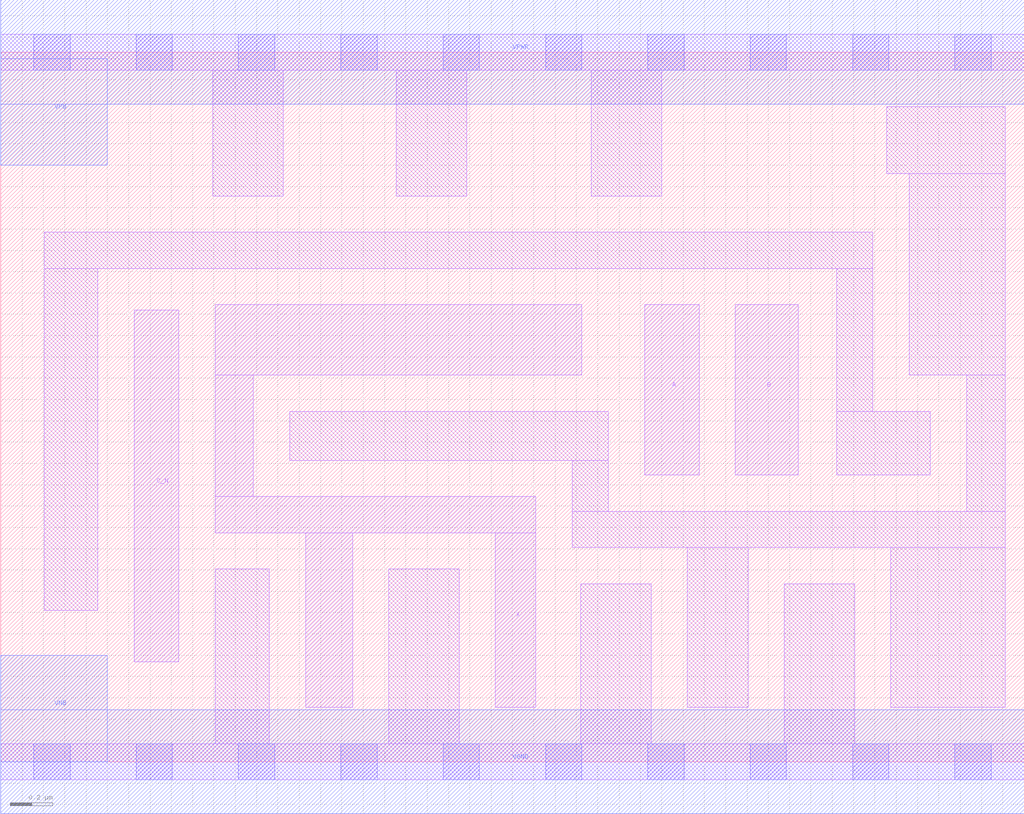
<source format=lef>
# Copyright 2020 The SkyWater PDK Authors
#
# Licensed under the Apache License, Version 2.0 (the "License");
# you may not use this file except in compliance with the License.
# You may obtain a copy of the License at
#
#     https://www.apache.org/licenses/LICENSE-2.0
#
# Unless required by applicable law or agreed to in writing, software
# distributed under the License is distributed on an "AS IS" BASIS,
# WITHOUT WARRANTIES OR CONDITIONS OF ANY KIND, either express or implied.
# See the License for the specific language governing permissions and
# limitations under the License.
#
# SPDX-License-Identifier: Apache-2.0

VERSION 5.5 ;
NAMESCASESENSITIVE ON ;
BUSBITCHARS "[]" ;
DIVIDERCHAR "/" ;
MACRO sky130_fd_sc_lp__or3b_4
  CLASS CORE ;
  SOURCE USER ;
  ORIGIN  0.000000  0.000000 ;
  SIZE  4.800000 BY  3.330000 ;
  SYMMETRY X Y R90 ;
  SITE unit ;
  PIN A
    ANTENNAGATEAREA  0.315000 ;
    DIRECTION INPUT ;
    USE SIGNAL ;
    PORT
      LAYER li1 ;
        RECT 3.020000 1.345000 3.275000 2.145000 ;
    END
  END A
  PIN B
    ANTENNAGATEAREA  0.315000 ;
    DIRECTION INPUT ;
    USE SIGNAL ;
    PORT
      LAYER li1 ;
        RECT 3.445000 1.345000 3.740000 2.145000 ;
    END
  END B
  PIN C_N
    ANTENNAGATEAREA  0.126000 ;
    DIRECTION INPUT ;
    USE SIGNAL ;
    PORT
      LAYER li1 ;
        RECT 0.625000 0.470000 0.835000 2.120000 ;
    END
  END C_N
  PIN X
    ANTENNADIFFAREA  1.176000 ;
    DIRECTION OUTPUT ;
    USE SIGNAL ;
    PORT
      LAYER li1 ;
        RECT 1.005000 1.075000 2.510000 1.245000 ;
        RECT 1.005000 1.245000 1.185000 1.815000 ;
        RECT 1.005000 1.815000 2.725000 2.145000 ;
        RECT 1.430000 0.255000 1.650000 1.075000 ;
        RECT 2.320000 0.255000 2.510000 1.075000 ;
    END
  END X
  PIN VGND
    DIRECTION INOUT ;
    USE GROUND ;
    PORT
      LAYER met1 ;
        RECT 0.000000 -0.245000 4.800000 0.245000 ;
    END
  END VGND
  PIN VNB
    DIRECTION INOUT ;
    USE GROUND ;
    PORT
    END
  END VNB
  PIN VPB
    DIRECTION INOUT ;
    USE POWER ;
    PORT
    END
  END VPB
  PIN VNB
    DIRECTION INOUT ;
    USE GROUND ;
    PORT
      LAYER met1 ;
        RECT 0.000000 0.000000 0.500000 0.500000 ;
    END
  END VNB
  PIN VPB
    DIRECTION INOUT ;
    USE POWER ;
    PORT
      LAYER met1 ;
        RECT 0.000000 2.800000 0.500000 3.300000 ;
    END
  END VPB
  PIN VPWR
    DIRECTION INOUT ;
    USE POWER ;
    PORT
      LAYER met1 ;
        RECT 0.000000 3.085000 4.800000 3.575000 ;
    END
  END VPWR
  OBS
    LAYER li1 ;
      RECT 0.000000 -0.085000 4.800000 0.085000 ;
      RECT 0.000000  3.245000 4.800000 3.415000 ;
      RECT 0.205000  0.710000 0.455000 2.315000 ;
      RECT 0.205000  2.315000 4.090000 2.485000 ;
      RECT 0.995000  2.655000 1.325000 3.245000 ;
      RECT 1.005000  0.085000 1.260000 0.905000 ;
      RECT 1.355000  1.415000 2.850000 1.645000 ;
      RECT 1.820000  0.085000 2.150000 0.905000 ;
      RECT 1.855000  2.655000 2.185000 3.245000 ;
      RECT 2.680000  1.005000 4.710000 1.175000 ;
      RECT 2.680000  1.175000 2.850000 1.415000 ;
      RECT 2.720000  0.085000 3.050000 0.835000 ;
      RECT 2.770000  2.655000 3.100000 3.245000 ;
      RECT 3.220000  0.255000 3.505000 1.005000 ;
      RECT 3.675000  0.085000 4.005000 0.835000 ;
      RECT 3.920000  1.345000 4.360000 1.645000 ;
      RECT 3.920000  1.645000 4.090000 2.315000 ;
      RECT 4.155000  2.760000 4.710000 3.075000 ;
      RECT 4.175000  0.255000 4.710000 1.005000 ;
      RECT 4.260000  1.815000 4.710000 2.760000 ;
      RECT 4.530000  1.175000 4.710000 1.815000 ;
    LAYER mcon ;
      RECT 0.155000 -0.085000 0.325000 0.085000 ;
      RECT 0.155000  3.245000 0.325000 3.415000 ;
      RECT 0.635000 -0.085000 0.805000 0.085000 ;
      RECT 0.635000  3.245000 0.805000 3.415000 ;
      RECT 1.115000 -0.085000 1.285000 0.085000 ;
      RECT 1.115000  3.245000 1.285000 3.415000 ;
      RECT 1.595000 -0.085000 1.765000 0.085000 ;
      RECT 1.595000  3.245000 1.765000 3.415000 ;
      RECT 2.075000 -0.085000 2.245000 0.085000 ;
      RECT 2.075000  3.245000 2.245000 3.415000 ;
      RECT 2.555000 -0.085000 2.725000 0.085000 ;
      RECT 2.555000  3.245000 2.725000 3.415000 ;
      RECT 3.035000 -0.085000 3.205000 0.085000 ;
      RECT 3.035000  3.245000 3.205000 3.415000 ;
      RECT 3.515000 -0.085000 3.685000 0.085000 ;
      RECT 3.515000  3.245000 3.685000 3.415000 ;
      RECT 3.995000 -0.085000 4.165000 0.085000 ;
      RECT 3.995000  3.245000 4.165000 3.415000 ;
      RECT 4.475000 -0.085000 4.645000 0.085000 ;
      RECT 4.475000  3.245000 4.645000 3.415000 ;
  END
END sky130_fd_sc_lp__or3b_4
END LIBRARY

</source>
